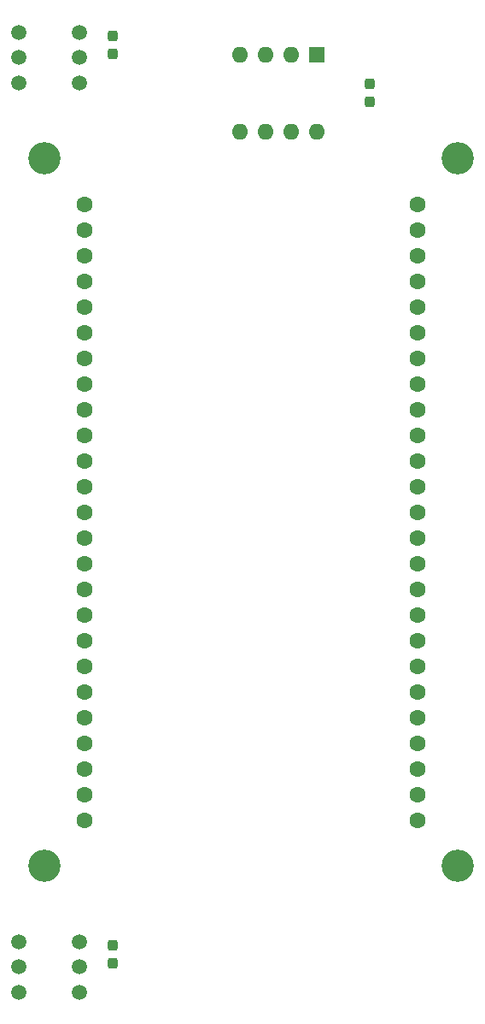
<source format=gbr>
%TF.GenerationSoftware,KiCad,Pcbnew,6.0.10-86aedd382b~118~ubuntu22.04.1*%
%TF.CreationDate,2023-02-24T18:01:10+02:00*%
%TF.ProjectId,JugCounter,4a756743-6f75-46e7-9465-722e6b696361,rev?*%
%TF.SameCoordinates,Original*%
%TF.FileFunction,Soldermask,Top*%
%TF.FilePolarity,Negative*%
%FSLAX46Y46*%
G04 Gerber Fmt 4.6, Leading zero omitted, Abs format (unit mm)*
G04 Created by KiCad (PCBNEW 6.0.10-86aedd382b~118~ubuntu22.04.1) date 2023-02-24 18:01:10*
%MOMM*%
%LPD*%
G01*
G04 APERTURE LIST*
G04 Aperture macros list*
%AMRoundRect*
0 Rectangle with rounded corners*
0 $1 Rounding radius*
0 $2 $3 $4 $5 $6 $7 $8 $9 X,Y pos of 4 corners*
0 Add a 4 corners polygon primitive as box body*
4,1,4,$2,$3,$4,$5,$6,$7,$8,$9,$2,$3,0*
0 Add four circle primitives for the rounded corners*
1,1,$1+$1,$2,$3*
1,1,$1+$1,$4,$5*
1,1,$1+$1,$6,$7*
1,1,$1+$1,$8,$9*
0 Add four rect primitives between the rounded corners*
20,1,$1+$1,$2,$3,$4,$5,0*
20,1,$1+$1,$4,$5,$6,$7,0*
20,1,$1+$1,$6,$7,$8,$9,0*
20,1,$1+$1,$8,$9,$2,$3,0*%
G04 Aperture macros list end*
%ADD10R,1.600000X1.600000*%
%ADD11O,1.600000X1.600000*%
%ADD12C,3.200000*%
%ADD13C,1.500000*%
%ADD14RoundRect,0.237500X0.237500X-0.300000X0.237500X0.300000X-0.237500X0.300000X-0.237500X-0.300000X0*%
%ADD15C,1.600000*%
G04 APERTURE END LIST*
D10*
%TO.C,U7*%
X46550000Y-19700000D03*
D11*
X44010000Y-19700000D03*
X41470000Y-19700000D03*
X38930000Y-19700000D03*
X38930000Y-27320000D03*
X41470000Y-27320000D03*
X44010000Y-27320000D03*
X46550000Y-27320000D03*
%TD*%
D12*
%TO.C,H3*%
X19500000Y-100000000D03*
%TD*%
D13*
%TO.C,SW2*%
X17000000Y-107500000D03*
X17000000Y-110000000D03*
X17000000Y-112500000D03*
X23000000Y-112500000D03*
X23000000Y-110000000D03*
X23000000Y-107500000D03*
%TD*%
D12*
%TO.C,H2*%
X60500000Y-100000000D03*
%TD*%
D14*
%TO.C,C9*%
X26250000Y-109612500D03*
X26250000Y-107887500D03*
%TD*%
%TO.C,C7*%
X51750000Y-24362500D03*
X51750000Y-22637500D03*
%TD*%
%TO.C,C8*%
X26250000Y-19612500D03*
X26250000Y-17887500D03*
%TD*%
D12*
%TO.C,H4*%
X19500000Y-30000000D03*
%TD*%
%TO.C,H1*%
X60500000Y-30000000D03*
%TD*%
D13*
%TO.C,SW1*%
X17000000Y-17500000D03*
X17000000Y-20000000D03*
X17000000Y-22500000D03*
X23000000Y-22500000D03*
X23000000Y-20000000D03*
X23000000Y-17500000D03*
%TD*%
D15*
%TO.C,DS1*%
X23490000Y-34520000D03*
X23490000Y-37060000D03*
X23490000Y-39600000D03*
X23490000Y-42140000D03*
X23490000Y-44680000D03*
X23490000Y-47220000D03*
X23490000Y-49760000D03*
X23490000Y-52300000D03*
X23490000Y-54840000D03*
X23490000Y-57380000D03*
X23490000Y-59920000D03*
X23490000Y-62460000D03*
X23490000Y-65000000D03*
X23490000Y-67540000D03*
X23490000Y-70080000D03*
X23490000Y-72620000D03*
X23490000Y-75160000D03*
X23490000Y-77700000D03*
X23490000Y-80240000D03*
X23490000Y-82780000D03*
X23490000Y-85320000D03*
X23490000Y-87860000D03*
X23490000Y-90400000D03*
X23490000Y-92940000D03*
X23490000Y-95480000D03*
X56510000Y-95480000D03*
X56510000Y-92940000D03*
X56510000Y-90400000D03*
X56510000Y-87860000D03*
X56510000Y-85320000D03*
X56510000Y-82780000D03*
X56510000Y-80240000D03*
X56510000Y-77700000D03*
X56510000Y-75160000D03*
X56510000Y-72620000D03*
X56510000Y-70080000D03*
X56510000Y-67540000D03*
X56510000Y-65000000D03*
X56510000Y-62460000D03*
X56510000Y-59920000D03*
X56510000Y-57380000D03*
X56510000Y-54840000D03*
X56510000Y-52300000D03*
X56510000Y-49760000D03*
X56510000Y-47220000D03*
X56510000Y-44680000D03*
X56510000Y-42140000D03*
X56510000Y-39600000D03*
X56510000Y-37060000D03*
X56510000Y-34520000D03*
%TD*%
M02*

</source>
